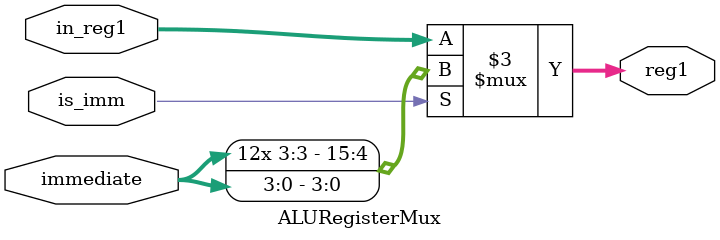
<source format=v>
`timescale 1ns / 1ps


module ALURegisterMux(
    input [15:0] in_reg1,
    input [3:0] immediate,
    input is_imm,          // is_imm differentiates the output
    output reg [15:0] reg1
);
    always @(*) begin
        if (is_imm) begin
            reg1 <= { {12{immediate[3]}}, immediate }; // sign extension
        end
        else
            reg1 <= in_reg1;
    end
endmodule

</source>
